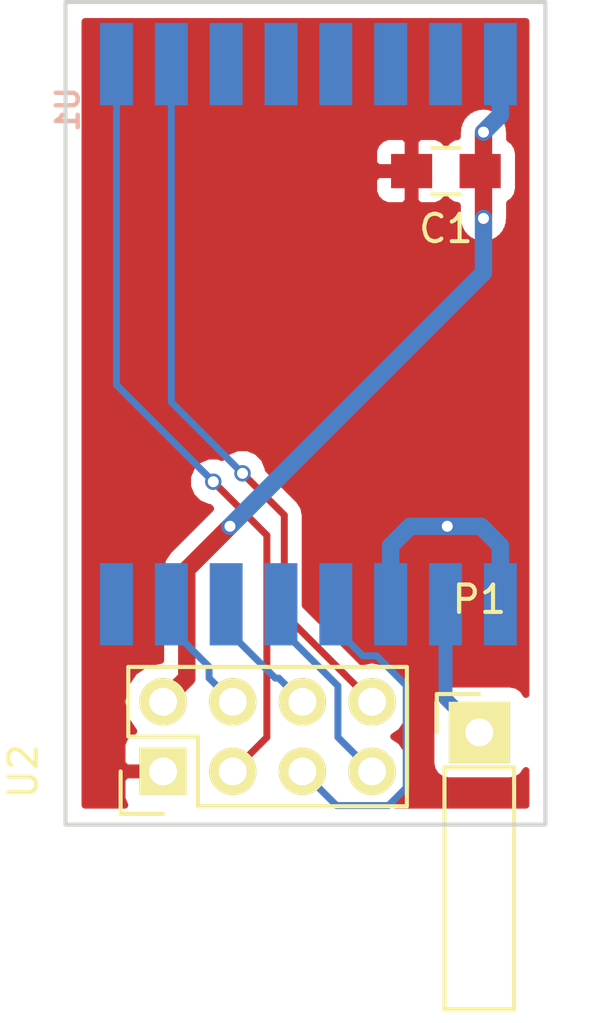
<source format=kicad_pcb>
(kicad_pcb (version 4) (host pcbnew 4.0.1-3.201512221401+6198~38~ubuntu15.10.1-stable)

  (general
    (links 12)
    (no_connects 3)
    (area 140.279 70.620999 163.251934 108.516601)
    (thickness 1.6)
    (drawings 4)
    (tracks 63)
    (zones 0)
    (modules 4)
    (nets 16)
  )

  (page A4)
  (layers
    (0 F.Cu signal)
    (31 B.Cu signal)
    (32 B.Adhes user)
    (33 F.Adhes user)
    (34 B.Paste user)
    (35 F.Paste user)
    (36 B.SilkS user)
    (37 F.SilkS user)
    (38 B.Mask user)
    (39 F.Mask user)
    (40 Dwgs.User user)
    (41 Cmts.User user)
    (42 Eco1.User user)
    (43 Eco2.User user)
    (44 Edge.Cuts user)
    (45 Margin user)
    (46 B.CrtYd user)
    (47 F.CrtYd user)
    (48 B.Fab user)
    (49 F.Fab user)
  )

  (setup
    (last_trace_width 0.254)
    (trace_clearance 0.254)
    (zone_clearance 0.508)
    (zone_45_only no)
    (trace_min 0.2)
    (segment_width 0.2)
    (edge_width 0.15)
    (via_size 0.6)
    (via_drill 0.4)
    (via_min_size 0.4)
    (via_min_drill 0.3)
    (uvia_size 0.3)
    (uvia_drill 0.1)
    (uvias_allowed no)
    (uvia_min_size 0)
    (uvia_min_drill 0)
    (pcb_text_width 0.3)
    (pcb_text_size 1.5 1.5)
    (mod_edge_width 0.15)
    (mod_text_size 1 1)
    (mod_text_width 0.15)
    (pad_size 1.524 1.524)
    (pad_drill 0.762)
    (pad_to_mask_clearance 0.2)
    (aux_axis_origin 0 0)
    (visible_elements FFFFFF7F)
    (pcbplotparams
      (layerselection 0x00030_80000001)
      (usegerberextensions false)
      (excludeedgelayer true)
      (linewidth 0.100000)
      (plotframeref false)
      (viasonmask false)
      (mode 1)
      (useauxorigin false)
      (hpglpennumber 1)
      (hpglpenspeed 20)
      (hpglpendiameter 15)
      (hpglpenoverlay 2)
      (psnegative false)
      (psa4output false)
      (plotreference true)
      (plotvalue true)
      (plotinvisibletext false)
      (padsonsilk false)
      (subtractmaskfromsilk false)
      (outputformat 1)
      (mirror false)
      (drillshape 0)
      (scaleselection 1)
      (outputdirectory Manufacturing/))
  )

  (net 0 "")
  (net 1 "Net-(U1-Pad1)")
  (net 2 "Net-(U1-Pad3)")
  (net 3 "Net-(U1-Pad4)")
  (net 4 "Net-(U1-Pad5)")
  (net 5 "Net-(U1-Pad6)")
  (net 6 "Net-(U1-Pad7)")
  (net 7 "Net-(U1-Pad16)")
  (net 8 +3V3)
  (net 9 GND)
  (net 10 "Net-(P1-Pad1)")
  (net 11 /SCK)
  (net 12 /MISO)
  (net 13 /MOSI)
  (net 14 /IRQ)
  (net 15 /CSN)

  (net_class Default "This is the default net class."
    (clearance 0.254)
    (trace_width 0.254)
    (via_dia 0.6)
    (via_drill 0.4)
    (uvia_dia 0.3)
    (uvia_drill 0.1)
    (add_net /CSN)
    (add_net /IRQ)
    (add_net /MISO)
    (add_net /MOSI)
    (add_net /SCK)
    (add_net "Net-(P1-Pad1)")
    (add_net "Net-(U1-Pad1)")
    (add_net "Net-(U1-Pad16)")
    (add_net "Net-(U1-Pad3)")
    (add_net "Net-(U1-Pad4)")
    (add_net "Net-(U1-Pad5)")
    (add_net "Net-(U1-Pad6)")
    (add_net "Net-(U1-Pad7)")
  )

  (net_class Power ""
    (clearance 0.254)
    (trace_width 0.635)
    (via_dia 0.6)
    (via_drill 0.4)
    (uvia_dia 0.3)
    (uvia_drill 0.1)
    (add_net +3V3)
    (add_net GND)
  )

  (module Pin_Headers:Pin_Header_Straight_2x04 (layer F.Cu) (tedit 0) (tstamp 56891F67)
    (at 146.558 99.06 90)
    (descr "Through hole pin header")
    (tags "pin header")
    (path /56890916)
    (fp_text reference U2 (at 0 -5.1 90) (layer F.SilkS)
      (effects (font (size 1 1) (thickness 0.15)))
    )
    (fp_text value NRF24L01 (at 0 -3.1 90) (layer F.Fab)
      (effects (font (size 1 1) (thickness 0.15)))
    )
    (fp_line (start -1.75 -1.75) (end -1.75 9.4) (layer F.CrtYd) (width 0.05))
    (fp_line (start 4.3 -1.75) (end 4.3 9.4) (layer F.CrtYd) (width 0.05))
    (fp_line (start -1.75 -1.75) (end 4.3 -1.75) (layer F.CrtYd) (width 0.05))
    (fp_line (start -1.75 9.4) (end 4.3 9.4) (layer F.CrtYd) (width 0.05))
    (fp_line (start -1.27 1.27) (end -1.27 8.89) (layer F.SilkS) (width 0.15))
    (fp_line (start -1.27 8.89) (end 3.81 8.89) (layer F.SilkS) (width 0.15))
    (fp_line (start 3.81 8.89) (end 3.81 -1.27) (layer F.SilkS) (width 0.15))
    (fp_line (start 3.81 -1.27) (end 1.27 -1.27) (layer F.SilkS) (width 0.15))
    (fp_line (start 0 -1.55) (end -1.55 -1.55) (layer F.SilkS) (width 0.15))
    (fp_line (start 1.27 -1.27) (end 1.27 1.27) (layer F.SilkS) (width 0.15))
    (fp_line (start 1.27 1.27) (end -1.27 1.27) (layer F.SilkS) (width 0.15))
    (fp_line (start -1.55 -1.55) (end -1.55 0) (layer F.SilkS) (width 0.15))
    (pad 1 thru_hole rect (at 0 0 90) (size 1.7272 1.7272) (drill 1.016) (layers *.Cu *.Mask F.SilkS)
      (net 9 GND))
    (pad 2 thru_hole oval (at 2.54 0 90) (size 1.7272 1.7272) (drill 1.016) (layers *.Cu *.Mask F.SilkS)
      (net 8 +3V3))
    (pad 3 thru_hole oval (at 0 2.54 90) (size 1.7272 1.7272) (drill 1.016) (layers *.Cu *.Mask F.SilkS)
      (net 1 "Net-(U1-Pad1)"))
    (pad 4 thru_hole oval (at 2.54 2.54 90) (size 1.7272 1.7272) (drill 1.016) (layers *.Cu *.Mask F.SilkS)
      (net 15 /CSN))
    (pad 5 thru_hole oval (at 0 5.08 90) (size 1.7272 1.7272) (drill 1.016) (layers *.Cu *.Mask F.SilkS)
      (net 11 /SCK))
    (pad 6 thru_hole oval (at 2.54 5.08 90) (size 1.7272 1.7272) (drill 1.016) (layers *.Cu *.Mask F.SilkS)
      (net 13 /MOSI))
    (pad 7 thru_hole oval (at 0 7.62 90) (size 1.7272 1.7272) (drill 1.016) (layers *.Cu *.Mask F.SilkS)
      (net 12 /MISO))
    (pad 8 thru_hole oval (at 2.54 7.62 90) (size 1.7272 1.7272) (drill 1.016) (layers *.Cu *.Mask F.SilkS)
      (net 14 /IRQ))
    (model Pin_Headers.3dshapes/Pin_Header_Straight_2x04.wrl
      (at (xyz 0.05 -0.15 0))
      (scale (xyz 1 1 1))
      (rotate (xyz 0 0 90))
    )
  )

  (module Capacitors_SMD:C_0805_HandSoldering (layer F.Cu) (tedit 541A9B8D) (tstamp 56891F59)
    (at 156.8704 77.1652 180)
    (descr "Capacitor SMD 0805, hand soldering")
    (tags "capacitor 0805")
    (path /56890840)
    (attr smd)
    (fp_text reference C1 (at 0 -2.1 180) (layer F.SilkS)
      (effects (font (size 1 1) (thickness 0.15)))
    )
    (fp_text value CP (at 0 2.1 180) (layer F.Fab)
      (effects (font (size 1 1) (thickness 0.15)))
    )
    (fp_line (start -2.3 -1) (end 2.3 -1) (layer F.CrtYd) (width 0.05))
    (fp_line (start -2.3 1) (end 2.3 1) (layer F.CrtYd) (width 0.05))
    (fp_line (start -2.3 -1) (end -2.3 1) (layer F.CrtYd) (width 0.05))
    (fp_line (start 2.3 -1) (end 2.3 1) (layer F.CrtYd) (width 0.05))
    (fp_line (start 0.5 -0.85) (end -0.5 -0.85) (layer F.SilkS) (width 0.15))
    (fp_line (start -0.5 0.85) (end 0.5 0.85) (layer F.SilkS) (width 0.15))
    (pad 1 smd rect (at -1.25 0 180) (size 1.5 1.25) (layers F.Cu F.Paste F.Mask)
      (net 8 +3V3))
    (pad 2 smd rect (at 1.25 0 180) (size 1.5 1.25) (layers F.Cu F.Paste F.Mask)
      (net 9 GND))
    (model Capacitors_SMD.3dshapes/C_0805_HandSoldering.wrl
      (at (xyz 0 0 0))
      (scale (xyz 1 1 1))
      (rotate (xyz 0 0 0))
    )
  )

  (module mysensors_radios:RFM69HW_SMD_Handsoldering (layer B.Cu) (tedit 558806AF) (tstamp 568908C4)
    (at 144.8572 74.664 270)
    (descr RFM69HW)
    (tags "RFM69HW, RF69")
    (path /56890788)
    (fp_text reference U1 (at 0.254 1.778 270) (layer B.SilkS)
      (effects (font (size 0.8 0.8) (thickness 0.16)) (justify mirror))
    )
    (fp_text value RFM69HW (at 8.382 -7.112 270) (layer B.Fab) hide
      (effects (font (size 0.8 0.8) (thickness 0.16)) (justify mirror))
    )
    (fp_line (start -3.4 -15) (end 20.3 -15) (layer B.CrtYd) (width 0.15))
    (fp_line (start 20.3 1) (end 20.3 -15) (layer B.CrtYd) (width 0.15))
    (fp_line (start -3.4 1) (end -3.4 -15) (layer B.CrtYd) (width 0.15))
    (fp_line (start -3.4 1) (end 20.3 1) (layer B.CrtYd) (width 0.15))
    (fp_line (start 20.3 1) (end 20.3 -15) (layer F.CrtYd) (width 0.15))
    (fp_line (start -3.4 1) (end -3.4 -15) (layer F.CrtYd) (width 0.15))
    (fp_line (start -3.4 -15) (end 20.3 -15) (layer F.CrtYd) (width 0.15))
    (fp_line (start -3.4 1) (end 20.3 1) (layer F.CrtYd) (width 0.15))
    (pad 1 smd rect (at -1.4 0 270) (size 3 1.2) (layers B.Cu B.Paste B.Mask)
      (net 1 "Net-(U1-Pad1)"))
    (pad 2 smd rect (at -1.4 -2 270) (size 3 1.2) (layers B.Cu B.Paste B.Mask)
      (net 14 /IRQ))
    (pad 3 smd rect (at -1.4 -4 270) (size 3 1.2) (layers B.Cu B.Paste B.Mask)
      (net 2 "Net-(U1-Pad3)"))
    (pad 4 smd rect (at -1.4 -6 270) (size 3 1.2) (layers B.Cu B.Paste B.Mask)
      (net 3 "Net-(U1-Pad4)"))
    (pad 5 smd rect (at -1.4 -8 270) (size 3 1.2) (layers B.Cu B.Paste B.Mask)
      (net 4 "Net-(U1-Pad5)"))
    (pad 6 smd rect (at -1.4 -10 270) (size 3 1.2) (layers B.Cu B.Paste B.Mask)
      (net 5 "Net-(U1-Pad6)"))
    (pad 7 smd rect (at -1.4 -12 270) (size 3 1.2) (layers B.Cu B.Paste B.Mask)
      (net 6 "Net-(U1-Pad7)"))
    (pad 8 smd rect (at -1.4 -14 270) (size 3 1.2) (layers B.Cu B.Paste B.Mask)
      (net 8 +3V3))
    (pad 9 smd rect (at 18.3 -14 270) (size 3 1.2) (layers B.Cu B.Paste B.Mask)
      (net 9 GND))
    (pad 10 smd rect (at 18.3 -12 270) (size 3 1.2) (layers B.Cu B.Paste B.Mask)
      (net 10 "Net-(P1-Pad1)"))
    (pad 11 smd rect (at 18.3 -10 270) (size 3 1.2) (layers B.Cu B.Paste B.Mask)
      (net 9 GND))
    (pad 12 smd rect (at 18.3 -8 270) (size 3 1.2) (layers B.Cu B.Paste B.Mask)
      (net 11 /SCK))
    (pad 13 smd rect (at 18.3 -6 270) (size 3 1.2) (layers B.Cu B.Paste B.Mask)
      (net 12 /MISO))
    (pad 14 smd rect (at 18.3 -4 270) (size 3 1.2) (layers B.Cu B.Paste B.Mask)
      (net 13 /MOSI))
    (pad 15 smd rect (at 18.3 -2 270) (size 3 1.2) (layers B.Cu B.Paste B.Mask)
      (net 15 /CSN))
    (pad 16 smd rect (at 18.3 0 270) (size 3 1.2) (layers B.Cu B.Paste B.Mask)
      (net 7 "Net-(U1-Pad16)"))
    (model mysensors.3dshapes/rfm69hw.wrl
      (at (xyz 0.332 -0.275 0.03))
      (scale (xyz 0.395 0.395 0.395))
      (rotate (xyz 0 0 180))
    )
    (model Crystals_Oscillators_SMD.3dshapes/crystal_FA238-TSX3225.wrl
      (at (xyz 0.332 -0.08 0.06))
      (scale (xyz 0.24 0.24 0.24))
      (rotate (xyz 0 0 90))
    )
    (model Housings_DFN_QFN.3dshapes/QFN-28-1EP_5x5mm_Pitch0.5mm.wrl
      (at (xyz 0.204 -0.445 0.06))
      (scale (xyz 1 1 1))
      (rotate (xyz 0 0 0))
    )
  )

  (module Socket_Strips:Socket_Strip_Angled_1x01 (layer F.Cu) (tedit 54E9F0E2) (tstamp 569BF8D5)
    (at 158.0896 97.6376)
    (descr "Through hole socket strip")
    (tags "socket strip")
    (path /568921A4)
    (fp_text reference P1 (at 0 -4.85) (layer F.SilkS)
      (effects (font (size 1 1) (thickness 0.15)))
    )
    (fp_text value CONN_01X01 (at 0 -2.85) (layer F.Fab)
      (effects (font (size 1 1) (thickness 0.15)))
    )
    (fp_line (start 0 -1.4) (end -1.55 -1.4) (layer F.SilkS) (width 0.15))
    (fp_line (start -1.55 -1.4) (end -1.55 0) (layer F.SilkS) (width 0.15))
    (fp_line (start -1.75 -1.6) (end -1.75 10.6) (layer F.CrtYd) (width 0.05))
    (fp_line (start 1.75 -1.6) (end 1.75 10.6) (layer F.CrtYd) (width 0.05))
    (fp_line (start -1.75 -1.6) (end 1.75 -1.6) (layer F.CrtYd) (width 0.05))
    (fp_line (start -1.75 10.6) (end 1.75 10.6) (layer F.CrtYd) (width 0.05))
    (fp_line (start 1.27 1.27) (end -1.27 1.27) (layer F.SilkS) (width 0.15))
    (fp_line (start 1.27 1.27) (end 1.27 10.1) (layer F.SilkS) (width 0.15))
    (fp_line (start 1.27 10.1) (end -1.27 10.1) (layer F.SilkS) (width 0.15))
    (fp_line (start -1.27 10.1) (end -1.27 1.27) (layer F.SilkS) (width 0.15))
    (pad 1 thru_hole rect (at 0 0) (size 2.2352 2.2352) (drill 1.016) (layers *.Cu *.Mask F.SilkS)
      (net 10 "Net-(P1-Pad1)"))
    (model Socket_Strips.3dshapes/Socket_Strip_Angled_1x01.wrl
      (at (xyz 0 0 0))
      (scale (xyz 1 1 1))
      (rotate (xyz 0 0 180))
    )
  )

  (gr_line (start 143 71) (end 143 101) (layer Edge.Cuts) (width 0.15))
  (gr_line (start 160.5 71) (end 143 71) (layer Edge.Cuts) (width 0.15))
  (gr_line (start 160.5 101) (end 160.5 71) (layer Edge.Cuts) (width 0.15))
  (gr_line (start 143 101) (end 160.5 101) (layer Edge.Cuts) (width 0.15))

  (segment (start 143 71) (end 143 101.5) (width 0.25) (layer Dwgs.User) (net 0))
  (segment (start 160.5 71) (end 143 71) (width 0.25) (layer Dwgs.User) (net 0))
  (segment (start 160.5 101) (end 160.5 71) (width 0.25) (layer Dwgs.User) (net 0))
  (segment (start 143 101) (end 160.5 101) (width 0.25) (layer Dwgs.User) (net 0))
  (segment (start 146.3675 101.6635) (end 158.496 101.6635) (width 0.25) (layer Dwgs.User) (net 0))
  (segment (start 148.3868 88.4936) (end 144.8572 84.964) (width 0.254) (layer B.Cu) (net 1))
  (segment (start 144.8572 84.964) (end 144.8572 73.264) (width 0.254) (layer B.Cu) (net 1))
  (segment (start 149.098 99.06) (end 150.342601 97.815399) (width 0.254) (layer F.Cu) (net 1))
  (segment (start 150.342601 90.449401) (end 148.3868 88.4936) (width 0.254) (layer F.Cu) (net 1))
  (segment (start 150.342601 97.815399) (end 150.342601 90.449401) (width 0.254) (layer F.Cu) (net 1))
  (via (at 148.3868 88.4936) (size 0.6) (drill 0.4) (layers F.Cu B.Cu) (net 1))
  (segment (start 158.242 78.8924) (end 158.242 77.2868) (width 0.635) (layer F.Cu) (net 8))
  (segment (start 158.242 77.2868) (end 158.1204 77.1652) (width 0.635) (layer F.Cu) (net 8))
  (segment (start 148.9964 90.1192) (end 158.242 80.8736) (width 0.635) (layer B.Cu) (net 8))
  (via (at 158.242 78.8924) (size 0.6) (drill 0.4) (layers F.Cu B.Cu) (net 8))
  (segment (start 158.242 80.8736) (end 158.242 78.8924) (width 0.635) (layer B.Cu) (net 8))
  (segment (start 147.421599 91.694001) (end 148.9964 90.1192) (width 0.635) (layer F.Cu) (net 8))
  (via (at 148.9964 90.1192) (size 0.6) (drill 0.4) (layers F.Cu B.Cu) (net 8))
  (segment (start 146.558 96.52) (end 147.421599 95.656401) (width 0.635) (layer F.Cu) (net 8))
  (segment (start 147.421599 95.656401) (end 147.421599 91.694001) (width 0.635) (layer F.Cu) (net 8))
  (segment (start 158.242 75.7428) (end 158.242 77.0436) (width 0.635) (layer F.Cu) (net 8))
  (segment (start 158.242 77.0436) (end 158.1204 77.1652) (width 0.635) (layer F.Cu) (net 8))
  (segment (start 158.8572 73.264) (end 158.8572 75.1276) (width 0.635) (layer B.Cu) (net 8))
  (segment (start 158.8572 75.1276) (end 158.242 75.7428) (width 0.635) (layer B.Cu) (net 8))
  (via (at 158.242 75.7428) (size 0.6) (drill 0.4) (layers F.Cu B.Cu) (net 8))
  (segment (start 154.8572 92.964) (end 154.8572 90.829) (width 0.635) (layer B.Cu) (net 9))
  (segment (start 154.8572 90.829) (end 155.567 90.1192) (width 0.635) (layer B.Cu) (net 9))
  (segment (start 155.567 90.1192) (end 156.496936 90.1192) (width 0.635) (layer B.Cu) (net 9))
  (segment (start 156.496936 90.1192) (end 156.9212 90.1192) (width 0.635) (layer B.Cu) (net 9))
  (segment (start 158.1474 90.1192) (end 156.9212 90.1192) (width 0.635) (layer B.Cu) (net 9))
  (via (at 156.9212 90.1192) (size 0.6) (drill 0.4) (layers F.Cu B.Cu) (net 9))
  (segment (start 158.8572 92.964) (end 158.8572 90.829) (width 0.635) (layer B.Cu) (net 9))
  (segment (start 158.8572 90.829) (end 158.1474 90.1192) (width 0.635) (layer B.Cu) (net 9))
  (segment (start 156.8572 92.964) (end 156.8572 96.4052) (width 0.508) (layer B.Cu) (net 10))
  (segment (start 156.8572 96.4052) (end 158.0896 97.6376) (width 0.508) (layer B.Cu) (net 10))
  (segment (start 151.638 99.06) (end 152.882601 100.304601) (width 0.254) (layer B.Cu) (net 11))
  (segment (start 154.345011 94.845001) (end 153.838201 94.845001) (width 0.254) (layer B.Cu) (net 11))
  (segment (start 152.882601 100.304601) (end 154.775409 100.304601) (width 0.254) (layer B.Cu) (net 11))
  (segment (start 154.775409 100.304601) (end 155.422601 99.657409) (width 0.254) (layer B.Cu) (net 11))
  (segment (start 155.422601 99.657409) (end 155.422601 95.922591) (width 0.254) (layer B.Cu) (net 11))
  (segment (start 155.422601 95.922591) (end 154.345011 94.845001) (width 0.254) (layer B.Cu) (net 11))
  (segment (start 153.838201 94.845001) (end 152.8572 93.864) (width 0.254) (layer B.Cu) (net 11))
  (segment (start 152.8572 93.864) (end 152.8572 92.964) (width 0.254) (layer B.Cu) (net 11))
  (segment (start 150.8572 92.964) (end 150.8572 93.864) (width 0.254) (layer B.Cu) (net 12))
  (segment (start 150.8572 93.864) (end 152.933399 95.940199) (width 0.254) (layer B.Cu) (net 12))
  (segment (start 152.933399 95.940199) (end 152.933399 97.815399) (width 0.254) (layer B.Cu) (net 12))
  (segment (start 152.933399 97.815399) (end 153.314401 98.196401) (width 0.254) (layer B.Cu) (net 12))
  (segment (start 153.314401 98.196401) (end 154.178 99.06) (width 0.254) (layer B.Cu) (net 12))
  (segment (start 151.638 96.52) (end 150.774401 95.656401) (width 0.254) (layer B.Cu) (net 13))
  (segment (start 150.774401 95.656401) (end 150.649601 95.656401) (width 0.254) (layer B.Cu) (net 13))
  (segment (start 150.649601 95.656401) (end 148.8572 93.864) (width 0.254) (layer B.Cu) (net 13))
  (segment (start 148.8572 93.864) (end 148.8572 92.964) (width 0.254) (layer B.Cu) (net 13))
  (segment (start 149.4536 88.1888) (end 150.9776 89.7128) (width 0.254) (layer F.Cu) (net 14))
  (segment (start 150.9776 89.7128) (end 150.9776 93.3196) (width 0.254) (layer F.Cu) (net 14))
  (segment (start 150.9776 93.3196) (end 153.162 95.504) (width 0.254) (layer F.Cu) (net 14))
  (segment (start 153.162 95.504) (end 154.178 96.52) (width 0.254) (layer F.Cu) (net 14))
  (segment (start 146.8572 73.264) (end 146.8572 85.5924) (width 0.254) (layer B.Cu) (net 14))
  (segment (start 146.8572 85.5924) (end 149.4536 88.1888) (width 0.254) (layer B.Cu) (net 14))
  (via (at 149.4536 88.1888) (size 0.6) (drill 0.4) (layers F.Cu B.Cu) (net 14))
  (segment (start 149.098 96.52) (end 148.234401 95.656401) (width 0.254) (layer B.Cu) (net 15))
  (segment (start 146.8572 93.864) (end 146.8572 92.964) (width 0.254) (layer B.Cu) (net 15))
  (segment (start 148.234401 95.656401) (end 148.234401 95.241201) (width 0.254) (layer B.Cu) (net 15))
  (segment (start 148.234401 95.241201) (end 146.8572 93.864) (width 0.254) (layer B.Cu) (net 15))

  (zone (net 9) (net_name GND) (layer F.Cu) (tstamp 569BFCD9) (hatch edge 0.508)
    (connect_pads (clearance 0.508))
    (min_thickness 0.254)
    (fill yes (arc_segments 16) (thermal_gap 0.508) (thermal_bridge_width 0.508))
    (polygon
      (pts
        (xy 143.1544 101.0412) (xy 160.4264 100.9904) (xy 160.4772 71.0184) (xy 143.002 71.0692) (xy 143.0528 100.9904)
      )
    )
    (filled_polygon
      (pts
        (xy 159.79 96.25304) (xy 159.67129 96.068559) (xy 159.45909 95.923569) (xy 159.2072 95.87256) (xy 156.972 95.87256)
        (xy 156.736683 95.916838) (xy 156.520559 96.05591) (xy 156.375569 96.26811) (xy 156.32456 96.52) (xy 156.32456 98.7552)
        (xy 156.368838 98.990517) (xy 156.50791 99.206641) (xy 156.72011 99.351631) (xy 156.972 99.40264) (xy 159.2072 99.40264)
        (xy 159.442517 99.358362) (xy 159.658641 99.21929) (xy 159.79 99.02704) (xy 159.79 100.29) (xy 155.026692 100.29)
        (xy 155.23767 100.149029) (xy 155.562526 99.662848) (xy 155.6766 99.089359) (xy 155.6766 99.030641) (xy 155.562526 98.457152)
        (xy 155.23767 97.970971) (xy 154.966828 97.79) (xy 155.23767 97.609029) (xy 155.562526 97.122848) (xy 155.6766 96.549359)
        (xy 155.6766 96.490641) (xy 155.562526 95.917152) (xy 155.23767 95.430971) (xy 154.751489 95.106115) (xy 154.178 94.992041)
        (xy 153.802385 95.066755) (xy 151.7396 93.00397) (xy 151.7396 89.7128) (xy 151.681596 89.421195) (xy 151.618044 89.326083)
        (xy 151.516415 89.173984) (xy 150.388725 88.046295) (xy 150.388762 88.003633) (xy 150.246717 87.659857) (xy 149.983927 87.396608)
        (xy 149.640399 87.253962) (xy 149.268433 87.253638) (xy 148.924657 87.395683) (xy 148.706155 87.613804) (xy 148.573599 87.558762)
        (xy 148.201633 87.558438) (xy 147.857857 87.700483) (xy 147.594608 87.963273) (xy 147.451962 88.306801) (xy 147.451638 88.678767)
        (xy 147.593683 89.022543) (xy 147.856473 89.285792) (xy 148.200001 89.428438) (xy 148.244046 89.428476) (xy 148.292066 89.476496)
        (xy 146.74808 91.020482) (xy 146.541604 91.329495) (xy 146.469099 91.694001) (xy 146.469099 95.009724) (xy 145.984511 95.106115)
        (xy 145.49833 95.430971) (xy 145.173474 95.917152) (xy 145.0594 96.490641) (xy 145.0594 96.549359) (xy 145.173474 97.122848)
        (xy 145.488526 97.594356) (xy 145.334701 97.658073) (xy 145.156073 97.836702) (xy 145.0594 98.070091) (xy 145.0594 98.77425)
        (xy 145.21815 98.933) (xy 146.431 98.933) (xy 146.431 98.913) (xy 146.685 98.913) (xy 146.685 98.933)
        (xy 146.705 98.933) (xy 146.705 99.187) (xy 146.685 99.187) (xy 146.685 99.207) (xy 146.431 99.207)
        (xy 146.431 99.187) (xy 145.21815 99.187) (xy 145.0594 99.34575) (xy 145.0594 100.049909) (xy 145.156073 100.283298)
        (xy 145.162775 100.29) (xy 143.71 100.29) (xy 143.71 77.45095) (xy 154.2354 77.45095) (xy 154.2354 77.91651)
        (xy 154.332073 78.149899) (xy 154.510702 78.328527) (xy 154.744091 78.4252) (xy 155.33465 78.4252) (xy 155.4934 78.26645)
        (xy 155.4934 77.2922) (xy 154.39415 77.2922) (xy 154.2354 77.45095) (xy 143.71 77.45095) (xy 143.71 76.41389)
        (xy 154.2354 76.41389) (xy 154.2354 76.87945) (xy 154.39415 77.0382) (xy 155.4934 77.0382) (xy 155.4934 76.06395)
        (xy 155.7474 76.06395) (xy 155.7474 77.0382) (xy 155.7674 77.0382) (xy 155.7674 77.2922) (xy 155.7474 77.2922)
        (xy 155.7474 78.26645) (xy 155.90615 78.4252) (xy 156.496709 78.4252) (xy 156.730098 78.328527) (xy 156.871336 78.18729)
        (xy 156.90631 78.241641) (xy 157.11851 78.386631) (xy 157.2895 78.421257) (xy 157.2895 78.8924) (xy 157.306923 78.979991)
        (xy 157.306838 79.077567) (xy 157.344428 79.168543) (xy 157.362005 79.256906) (xy 157.411621 79.331161) (xy 157.448883 79.421343)
        (xy 157.518428 79.49101) (xy 157.568481 79.565919) (xy 157.642736 79.615535) (xy 157.711673 79.684592) (xy 157.802584 79.722342)
        (xy 157.877494 79.772395) (xy 157.965083 79.789818) (xy 158.055201 79.827238) (xy 158.153638 79.827324) (xy 158.242 79.8449)
        (xy 158.329591 79.827477) (xy 158.427167 79.827562) (xy 158.518143 79.789972) (xy 158.606506 79.772395) (xy 158.680761 79.722779)
        (xy 158.770943 79.685517) (xy 158.84061 79.615972) (xy 158.915519 79.565919) (xy 158.965135 79.491664) (xy 159.034192 79.422727)
        (xy 159.071942 79.331816) (xy 159.121995 79.256906) (xy 159.139418 79.169317) (xy 159.176838 79.079199) (xy 159.176924 78.980762)
        (xy 159.1945 78.8924) (xy 159.1945 78.336232) (xy 159.321841 78.25429) (xy 159.466831 78.04209) (xy 159.51784 77.7902)
        (xy 159.51784 76.5402) (xy 159.473562 76.304883) (xy 159.33449 76.088759) (xy 159.1945 75.993108) (xy 159.1945 75.7428)
        (xy 159.177077 75.655209) (xy 159.177162 75.557633) (xy 159.139572 75.466657) (xy 159.121995 75.378294) (xy 159.072379 75.304039)
        (xy 159.035117 75.213857) (xy 158.965572 75.14419) (xy 158.915519 75.069281) (xy 158.841264 75.019665) (xy 158.772327 74.950608)
        (xy 158.681416 74.912858) (xy 158.606506 74.862805) (xy 158.518917 74.845382) (xy 158.428799 74.807962) (xy 158.330362 74.807876)
        (xy 158.242 74.7903) (xy 158.154409 74.807723) (xy 158.056833 74.807638) (xy 157.965857 74.845228) (xy 157.877494 74.862805)
        (xy 157.803239 74.912421) (xy 157.713057 74.949683) (xy 157.64339 75.019228) (xy 157.568481 75.069281) (xy 157.518865 75.143536)
        (xy 157.449808 75.212473) (xy 157.412058 75.303384) (xy 157.362005 75.378294) (xy 157.344582 75.465883) (xy 157.307162 75.556001)
        (xy 157.307076 75.654438) (xy 157.2895 75.7428) (xy 157.2895 75.907982) (xy 157.135083 75.937038) (xy 156.918959 76.07611)
        (xy 156.872431 76.144206) (xy 156.730098 76.001873) (xy 156.496709 75.9052) (xy 155.90615 75.9052) (xy 155.7474 76.06395)
        (xy 155.4934 76.06395) (xy 155.33465 75.9052) (xy 154.744091 75.9052) (xy 154.510702 76.001873) (xy 154.332073 76.180501)
        (xy 154.2354 76.41389) (xy 143.71 76.41389) (xy 143.71 71.71) (xy 159.79 71.71)
      )
    )
  )
)

</source>
